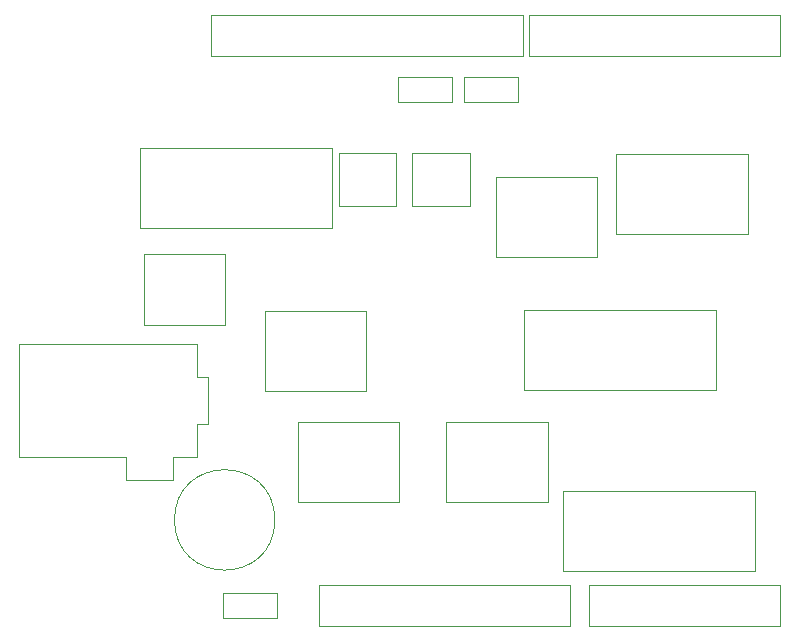
<source format=gbr>
G04 #@! TF.GenerationSoftware,KiCad,Pcbnew,(5.1.9-0-10_14)*
G04 #@! TF.CreationDate,2022-06-30T07:20:20+10:00*
G04 #@! TF.ProjectId,OH - Sim Control,4f48202d-2053-4696-9d20-436f6e74726f,rev?*
G04 #@! TF.SameCoordinates,Original*
G04 #@! TF.FileFunction,Other,User*
%FSLAX46Y46*%
G04 Gerber Fmt 4.6, Leading zero omitted, Abs format (unit mm)*
G04 Created by KiCad (PCBNEW (5.1.9-0-10_14)) date 2022-06-30 07:20:20*
%MOMM*%
%LPD*%
G01*
G04 APERTURE LIST*
%ADD10C,0.050000*%
G04 APERTURE END LIST*
D10*
X152154000Y-87486600D02*
X152154000Y-94286600D01*
X152154000Y-94286600D02*
X160774000Y-94286600D01*
X160774000Y-94286600D02*
X160774000Y-87486600D01*
X160774000Y-87486600D02*
X152154000Y-87486600D01*
X122412000Y-100093400D02*
X129212000Y-100093400D01*
X129212000Y-100093400D02*
X129212000Y-94013400D01*
X129212000Y-94013400D02*
X122412000Y-94013400D01*
X122412000Y-94013400D02*
X122412000Y-100093400D01*
X132596000Y-98866000D02*
X132596000Y-105666000D01*
X132596000Y-105666000D02*
X141216000Y-105666000D01*
X141216000Y-105666000D02*
X141216000Y-98866000D01*
X141216000Y-98866000D02*
X132596000Y-98866000D01*
X133640000Y-122775000D02*
X129100000Y-122775000D01*
X133640000Y-124875000D02*
X133640000Y-122775000D01*
X129100000Y-124875000D02*
X133640000Y-124875000D01*
X129100000Y-122775000D02*
X129100000Y-124875000D01*
X148422000Y-79087000D02*
X143882000Y-79087000D01*
X148422000Y-81187000D02*
X148422000Y-79087000D01*
X143882000Y-81187000D02*
X148422000Y-81187000D01*
X143882000Y-79087000D02*
X143882000Y-81187000D01*
X154010000Y-79087000D02*
X149470000Y-79087000D01*
X154010000Y-81187000D02*
X154010000Y-79087000D01*
X149470000Y-81187000D02*
X154010000Y-81187000D01*
X149470000Y-79087000D02*
X149470000Y-81187000D01*
X122080000Y-85048200D02*
X122080000Y-91848200D01*
X122080000Y-91848200D02*
X138320000Y-91848200D01*
X138320000Y-91848200D02*
X138320000Y-85048200D01*
X138320000Y-85048200D02*
X122080000Y-85048200D01*
X147988000Y-108263000D02*
X147988000Y-115063000D01*
X147988000Y-115063000D02*
X156608000Y-115063000D01*
X156608000Y-115063000D02*
X156608000Y-108263000D01*
X156608000Y-108263000D02*
X147988000Y-108263000D01*
X157844000Y-114106000D02*
X157844000Y-120906000D01*
X157844000Y-120906000D02*
X174084000Y-120906000D01*
X174084000Y-120906000D02*
X174084000Y-114106000D01*
X174084000Y-114106000D02*
X157844000Y-114106000D01*
X162365000Y-85556200D02*
X162365000Y-92356200D01*
X162365000Y-92356200D02*
X173525000Y-92356200D01*
X173525000Y-92356200D02*
X173525000Y-85556200D01*
X173525000Y-85556200D02*
X162365000Y-85556200D01*
X154542000Y-98764000D02*
X154542000Y-105564000D01*
X154542000Y-105564000D02*
X170782000Y-105564000D01*
X170782000Y-105564000D02*
X170782000Y-98764000D01*
X170782000Y-98764000D02*
X154542000Y-98764000D01*
X135390000Y-108263000D02*
X135390000Y-115063000D01*
X135390000Y-115063000D02*
X144010000Y-115063000D01*
X144010000Y-115063000D02*
X144010000Y-108263000D01*
X144010000Y-108263000D02*
X135390000Y-108263000D01*
X126832000Y-101951000D02*
X126832000Y-101701000D01*
X126832000Y-101701000D02*
X111832000Y-101701000D01*
X126832000Y-101951000D02*
X126832000Y-104451000D01*
X126832000Y-104451000D02*
X127832000Y-104451000D01*
X127832000Y-104451000D02*
X127832000Y-108451000D01*
X127832000Y-108451000D02*
X126832000Y-108451000D01*
X126832000Y-108451000D02*
X126832000Y-111201000D01*
X126832000Y-111201000D02*
X124832000Y-111201000D01*
X124832000Y-111201000D02*
X124832000Y-113201000D01*
X124832000Y-113201000D02*
X120832000Y-113201000D01*
X120832000Y-113201000D02*
X120832000Y-111201000D01*
X120832000Y-111201000D02*
X111832000Y-111201000D01*
X111832000Y-111201000D02*
X111832000Y-101701000D01*
X138855000Y-85456200D02*
X138855000Y-89956200D01*
X138855000Y-89956200D02*
X143705000Y-89956200D01*
X143705000Y-89956200D02*
X143705000Y-85456200D01*
X143705000Y-85456200D02*
X138855000Y-85456200D01*
X145103000Y-85456200D02*
X145103000Y-89956200D01*
X145103000Y-89956200D02*
X149953000Y-89956200D01*
X149953000Y-89956200D02*
X149953000Y-85456200D01*
X149953000Y-85456200D02*
X145103000Y-85456200D01*
X133465000Y-116561000D02*
G75*
G03*
X133465000Y-116561000I-4250000J0D01*
G01*
X137188000Y-125575000D02*
X158488000Y-125575000D01*
X137188000Y-122075000D02*
X158488000Y-122075000D01*
X158488000Y-122075000D02*
X158488000Y-125575000D01*
X137188000Y-122075000D02*
X137188000Y-125575000D01*
X160048000Y-125575000D02*
X176248000Y-125575000D01*
X160048000Y-122075000D02*
X176248000Y-122075000D01*
X176248000Y-122075000D02*
X176248000Y-125575000D01*
X160048000Y-122075000D02*
X160048000Y-125575000D01*
X128044000Y-77315000D02*
X154444000Y-77315000D01*
X128044000Y-73815000D02*
X154444000Y-73815000D01*
X154444000Y-73815000D02*
X154444000Y-77315000D01*
X128044000Y-73815000D02*
X128044000Y-77315000D01*
X154968000Y-77315000D02*
X176268000Y-77315000D01*
X154968000Y-73815000D02*
X176268000Y-73815000D01*
X176268000Y-73815000D02*
X176268000Y-77315000D01*
X154968000Y-73815000D02*
X154968000Y-77315000D01*
M02*

</source>
